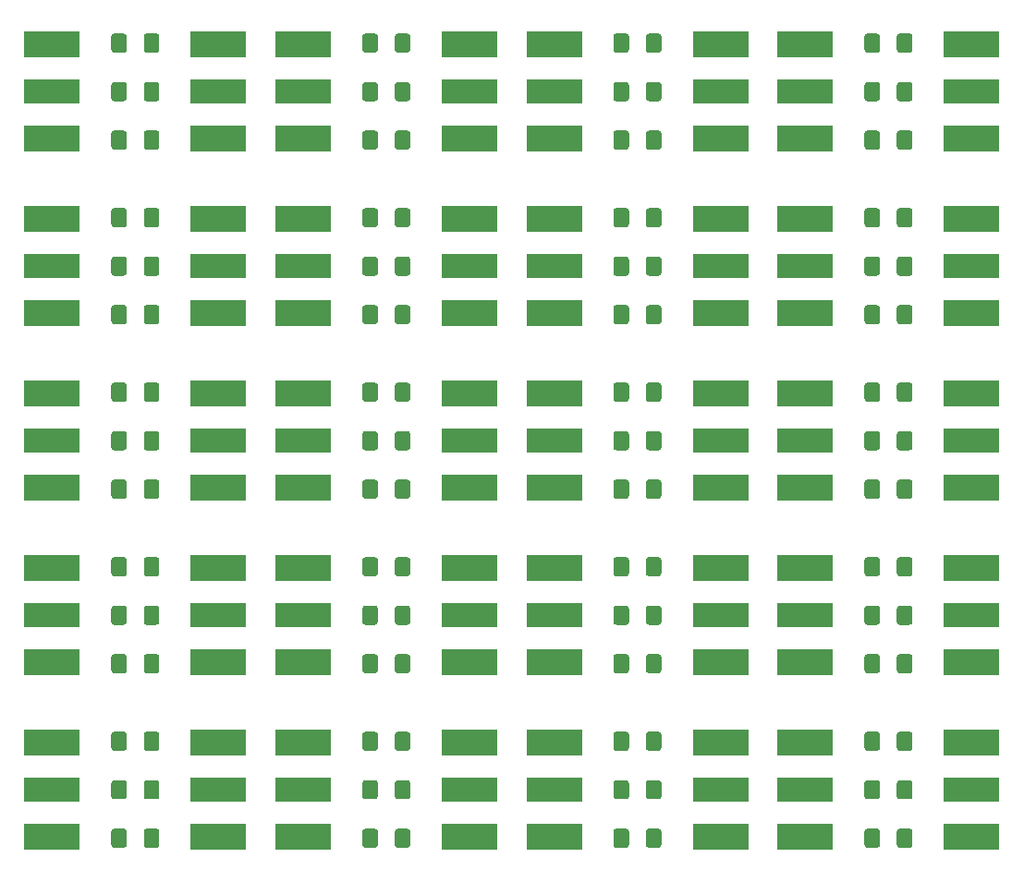
<source format=gts>
%MOIN*%
%OFA0B0*%
%FSLAX46Y46*%
%IPPOS*%
%LPD*%
%ADD10R,0.2X0.095*%
%ADD11R,0.2X0.090000000000000011*%
%ADD22R,0.2X0.095*%
%ADD23R,0.2X0.090000000000000011*%
%ADD24R,0.2X0.095*%
%ADD25R,0.2X0.090000000000000011*%
%ADD26R,0.2X0.095*%
%ADD27R,0.2X0.090000000000000011*%
%ADD28R,0.2X0.095*%
%ADD29R,0.2X0.090000000000000011*%
%ADD30R,0.2X0.095*%
%ADD31R,0.2X0.090000000000000011*%
%ADD32R,0.2X0.095*%
%ADD33R,0.2X0.090000000000000011*%
%ADD34R,0.2X0.095*%
%ADD35R,0.2X0.090000000000000011*%
%ADD36R,0.2X0.095*%
%ADD37R,0.2X0.090000000000000011*%
%ADD38R,0.2X0.095*%
%ADD39R,0.2X0.090000000000000011*%
%ADD40R,0.2X0.095*%
%ADD41R,0.2X0.090000000000000011*%
%ADD42R,0.2X0.095*%
%ADD43R,0.2X0.090000000000000011*%
%ADD44R,0.2X0.095*%
%ADD45R,0.2X0.090000000000000011*%
%ADD46R,0.2X0.095*%
%ADD47R,0.2X0.090000000000000011*%
%ADD48R,0.2X0.095*%
%ADD49R,0.2X0.090000000000000011*%
%ADD50R,0.2X0.095*%
%ADD51R,0.2X0.090000000000000011*%
%ADD52R,0.2X0.095*%
%ADD53R,0.2X0.090000000000000011*%
%ADD54R,0.2X0.095*%
%ADD55R,0.2X0.090000000000000011*%
%ADD56R,0.2X0.095*%
%ADD57R,0.2X0.090000000000000011*%
%ADD58R,0.2X0.095*%
%ADD59R,0.2X0.090000000000000011*%
G01*
D10*
X-0001102362Y0001456692D02*
X0000097637Y0000111692D03*
X0000097637Y0000451692D03*
D11*
X0000097637Y0000281692D03*
X0000697637Y0000281692D03*
D10*
X0000697637Y0000451692D03*
X0000697637Y0000111692D03*
G36*
G01*
X0000311023Y0000432086D02*
X0000311023Y0000481299D01*
G75*
G02*
X0000320866Y0000491141I0000009842D01*
G01*
X0000357283Y0000491141D01*
G75*
G02*
X0000367125Y0000481299J-0000009842D01*
G01*
X0000367125Y0000432086D01*
G75*
G02*
X0000357283Y0000422244I-0000009842D01*
G01*
X0000320866Y0000422244D01*
G75*
G02*
X0000311023Y0000432086J0000009842D01*
G01*
G37*
G36*
G01*
X0000428149Y0000432086D02*
X0000428149Y0000481299D01*
G75*
G02*
X0000437992Y0000491141I0000009842D01*
G01*
X0000474409Y0000491141D01*
G75*
G02*
X0000484251Y0000481299J-0000009842D01*
G01*
X0000484251Y0000432086D01*
G75*
G02*
X0000474409Y0000422244I-0000009842D01*
G01*
X0000437992Y0000422244D01*
G75*
G02*
X0000428149Y0000432086J0000009842D01*
G01*
G37*
G36*
G01*
X0000367125Y0000306299D02*
X0000367125Y0000257086D01*
G75*
G02*
X0000357283Y0000247244I-0000009842D01*
G01*
X0000320866Y0000247244D01*
G75*
G02*
X0000311023Y0000257086J0000009842D01*
G01*
X0000311023Y0000306299D01*
G75*
G02*
X0000320866Y0000316141I0000009842D01*
G01*
X0000357283Y0000316141D01*
G75*
G02*
X0000367125Y0000306299J-0000009842D01*
G01*
G37*
G36*
G01*
X0000484251Y0000306299D02*
X0000484251Y0000257086D01*
G75*
G02*
X0000474409Y0000247244I-0000009842D01*
G01*
X0000437992Y0000247244D01*
G75*
G02*
X0000428149Y0000257086J0000009842D01*
G01*
X0000428149Y0000306299D01*
G75*
G02*
X0000437992Y0000316141I0000009842D01*
G01*
X0000474409Y0000316141D01*
G75*
G02*
X0000484251Y0000306299J-0000009842D01*
G01*
G37*
G36*
G01*
X0000484251Y0000131299D02*
X0000484251Y0000082086D01*
G75*
G02*
X0000474409Y0000072244I-0000009842D01*
G01*
X0000437992Y0000072244D01*
G75*
G02*
X0000428149Y0000082086J0000009842D01*
G01*
X0000428149Y0000131299D01*
G75*
G02*
X0000437992Y0000141141I0000009842D01*
G01*
X0000474409Y0000141141D01*
G75*
G02*
X0000484251Y0000131299J-0000009842D01*
G01*
G37*
G36*
G01*
X0000367125Y0000131299D02*
X0000367125Y0000082086D01*
G75*
G02*
X0000357283Y0000072244I-0000009842D01*
G01*
X0000320866Y0000072244D01*
G75*
G02*
X0000311023Y0000082086J0000009842D01*
G01*
X0000311023Y0000131299D01*
G75*
G02*
X0000320866Y0000141141I0000009842D01*
G01*
X0000357283Y0000141141D01*
G75*
G02*
X0000367125Y0000131299J-0000009842D01*
G01*
G37*
G04 next file*
G04 Gerber Fmt 4.6, Leading zero omitted, Abs format (unit mm)*
G04 Created by KiCad (PCBNEW (5.1.10)-1) date 2021-09-17 13:17:29*
G01*
G04 APERTURE LIST*
G04 APERTURE END LIST*
D22*
X-0001102362Y0002086614D02*
X0000097637Y0000741614D03*
X0000097637Y0001081614D03*
D23*
X0000097637Y0000911614D03*
X0000697637Y0000911614D03*
D22*
X0000697637Y0001081614D03*
X0000697637Y0000741614D03*
G36*
G01*
X0000311023Y0001062007D02*
X0000311023Y0001111220D01*
G75*
G02*
X0000320866Y0001121062I0000009842D01*
G01*
X0000357283Y0001121062D01*
G75*
G02*
X0000367125Y0001111220J-0000009842D01*
G01*
X0000367125Y0001062007D01*
G75*
G02*
X0000357283Y0001052165I-0000009842D01*
G01*
X0000320866Y0001052165D01*
G75*
G02*
X0000311023Y0001062007J0000009842D01*
G01*
G37*
G36*
G01*
X0000428149Y0001062007D02*
X0000428149Y0001111220D01*
G75*
G02*
X0000437992Y0001121062I0000009842D01*
G01*
X0000474409Y0001121062D01*
G75*
G02*
X0000484251Y0001111220J-0000009842D01*
G01*
X0000484251Y0001062007D01*
G75*
G02*
X0000474409Y0001052165I-0000009842D01*
G01*
X0000437992Y0001052165D01*
G75*
G02*
X0000428149Y0001062007J0000009842D01*
G01*
G37*
G36*
G01*
X0000367125Y0000936220D02*
X0000367125Y0000887007D01*
G75*
G02*
X0000357283Y0000877165I-0000009842D01*
G01*
X0000320866Y0000877165D01*
G75*
G02*
X0000311023Y0000887007J0000009842D01*
G01*
X0000311023Y0000936220D01*
G75*
G02*
X0000320866Y0000946062I0000009842D01*
G01*
X0000357283Y0000946062D01*
G75*
G02*
X0000367125Y0000936220J-0000009842D01*
G01*
G37*
G36*
G01*
X0000484251Y0000936220D02*
X0000484251Y0000887007D01*
G75*
G02*
X0000474409Y0000877165I-0000009842D01*
G01*
X0000437992Y0000877165D01*
G75*
G02*
X0000428149Y0000887007J0000009842D01*
G01*
X0000428149Y0000936220D01*
G75*
G02*
X0000437992Y0000946062I0000009842D01*
G01*
X0000474409Y0000946062D01*
G75*
G02*
X0000484251Y0000936220J-0000009842D01*
G01*
G37*
G36*
G01*
X0000484251Y0000761220D02*
X0000484251Y0000712007D01*
G75*
G02*
X0000474409Y0000702165I-0000009842D01*
G01*
X0000437992Y0000702165D01*
G75*
G02*
X0000428149Y0000712007J0000009842D01*
G01*
X0000428149Y0000761220D01*
G75*
G02*
X0000437992Y0000771062I0000009842D01*
G01*
X0000474409Y0000771062D01*
G75*
G02*
X0000484251Y0000761220J-0000009842D01*
G01*
G37*
G36*
G01*
X0000367125Y0000761220D02*
X0000367125Y0000712007D01*
G75*
G02*
X0000357283Y0000702165I-0000009842D01*
G01*
X0000320866Y0000702165D01*
G75*
G02*
X0000311023Y0000712007J0000009842D01*
G01*
X0000311023Y0000761220D01*
G75*
G02*
X0000320866Y0000771062I0000009842D01*
G01*
X0000357283Y0000771062D01*
G75*
G02*
X0000367125Y0000761220J-0000009842D01*
G01*
G37*
G04 next file*
G04 Gerber Fmt 4.6, Leading zero omitted, Abs format (unit mm)*
G04 Created by KiCad (PCBNEW (5.1.10)-1) date 2021-09-17 13:17:29*
G01*
G04 APERTURE LIST*
G04 APERTURE END LIST*
D24*
X-0001102362Y0002716535D02*
X0000097637Y0001371535D03*
X0000097637Y0001711535D03*
D25*
X0000097637Y0001541535D03*
X0000697637Y0001541535D03*
D24*
X0000697637Y0001711535D03*
X0000697637Y0001371535D03*
G36*
G01*
X0000311023Y0001691929D02*
X0000311023Y0001741141D01*
G75*
G02*
X0000320866Y0001750984I0000009842D01*
G01*
X0000357283Y0001750984D01*
G75*
G02*
X0000367125Y0001741141J-0000009842D01*
G01*
X0000367125Y0001691929D01*
G75*
G02*
X0000357283Y0001682086I-0000009842D01*
G01*
X0000320866Y0001682086D01*
G75*
G02*
X0000311023Y0001691929J0000009842D01*
G01*
G37*
G36*
G01*
X0000428149Y0001691929D02*
X0000428149Y0001741141D01*
G75*
G02*
X0000437992Y0001750984I0000009842D01*
G01*
X0000474409Y0001750984D01*
G75*
G02*
X0000484251Y0001741141J-0000009842D01*
G01*
X0000484251Y0001691929D01*
G75*
G02*
X0000474409Y0001682086I-0000009842D01*
G01*
X0000437992Y0001682086D01*
G75*
G02*
X0000428149Y0001691929J0000009842D01*
G01*
G37*
G36*
G01*
X0000367125Y0001566141D02*
X0000367125Y0001516929D01*
G75*
G02*
X0000357283Y0001507086I-0000009842D01*
G01*
X0000320866Y0001507086D01*
G75*
G02*
X0000311023Y0001516929J0000009842D01*
G01*
X0000311023Y0001566141D01*
G75*
G02*
X0000320866Y0001575984I0000009842D01*
G01*
X0000357283Y0001575984D01*
G75*
G02*
X0000367125Y0001566141J-0000009842D01*
G01*
G37*
G36*
G01*
X0000484251Y0001566141D02*
X0000484251Y0001516929D01*
G75*
G02*
X0000474409Y0001507086I-0000009842D01*
G01*
X0000437992Y0001507086D01*
G75*
G02*
X0000428149Y0001516929J0000009842D01*
G01*
X0000428149Y0001566141D01*
G75*
G02*
X0000437992Y0001575984I0000009842D01*
G01*
X0000474409Y0001575984D01*
G75*
G02*
X0000484251Y0001566141J-0000009842D01*
G01*
G37*
G36*
G01*
X0000484251Y0001391141D02*
X0000484251Y0001341929D01*
G75*
G02*
X0000474409Y0001332086I-0000009842D01*
G01*
X0000437992Y0001332086D01*
G75*
G02*
X0000428149Y0001341929J0000009842D01*
G01*
X0000428149Y0001391141D01*
G75*
G02*
X0000437992Y0001400984I0000009842D01*
G01*
X0000474409Y0001400984D01*
G75*
G02*
X0000484251Y0001391141J-0000009842D01*
G01*
G37*
G36*
G01*
X0000367125Y0001391141D02*
X0000367125Y0001341929D01*
G75*
G02*
X0000357283Y0001332086I-0000009842D01*
G01*
X0000320866Y0001332086D01*
G75*
G02*
X0000311023Y0001341929J0000009842D01*
G01*
X0000311023Y0001391141D01*
G75*
G02*
X0000320866Y0001400984I0000009842D01*
G01*
X0000357283Y0001400984D01*
G75*
G02*
X0000367125Y0001391141J-0000009842D01*
G01*
G37*
G04 next file*
G04 Gerber Fmt 4.6, Leading zero omitted, Abs format (unit mm)*
G04 Created by KiCad (PCBNEW (5.1.10)-1) date 2021-09-17 13:17:29*
G01*
G04 APERTURE LIST*
G04 APERTURE END LIST*
D26*
X-0001102362Y0003346456D02*
X0000097637Y0002001456D03*
X0000097637Y0002341456D03*
D27*
X0000097637Y0002171456D03*
X0000697637Y0002171456D03*
D26*
X0000697637Y0002341456D03*
X0000697637Y0002001456D03*
G36*
G01*
X0000311023Y0002321850D02*
X0000311023Y0002371062D01*
G75*
G02*
X0000320866Y0002380905I0000009842D01*
G01*
X0000357283Y0002380905D01*
G75*
G02*
X0000367125Y0002371062J-0000009842D01*
G01*
X0000367125Y0002321850D01*
G75*
G02*
X0000357283Y0002312007I-0000009842D01*
G01*
X0000320866Y0002312007D01*
G75*
G02*
X0000311023Y0002321850J0000009842D01*
G01*
G37*
G36*
G01*
X0000428149Y0002321850D02*
X0000428149Y0002371062D01*
G75*
G02*
X0000437992Y0002380905I0000009842D01*
G01*
X0000474409Y0002380905D01*
G75*
G02*
X0000484251Y0002371062J-0000009842D01*
G01*
X0000484251Y0002321850D01*
G75*
G02*
X0000474409Y0002312007I-0000009842D01*
G01*
X0000437992Y0002312007D01*
G75*
G02*
X0000428149Y0002321850J0000009842D01*
G01*
G37*
G36*
G01*
X0000367125Y0002196062D02*
X0000367125Y0002146850D01*
G75*
G02*
X0000357283Y0002137007I-0000009842D01*
G01*
X0000320866Y0002137007D01*
G75*
G02*
X0000311023Y0002146850J0000009842D01*
G01*
X0000311023Y0002196062D01*
G75*
G02*
X0000320866Y0002205905I0000009842D01*
G01*
X0000357283Y0002205905D01*
G75*
G02*
X0000367125Y0002196062J-0000009842D01*
G01*
G37*
G36*
G01*
X0000484251Y0002196062D02*
X0000484251Y0002146850D01*
G75*
G02*
X0000474409Y0002137007I-0000009842D01*
G01*
X0000437992Y0002137007D01*
G75*
G02*
X0000428149Y0002146850J0000009842D01*
G01*
X0000428149Y0002196062D01*
G75*
G02*
X0000437992Y0002205905I0000009842D01*
G01*
X0000474409Y0002205905D01*
G75*
G02*
X0000484251Y0002196062J-0000009842D01*
G01*
G37*
G36*
G01*
X0000484251Y0002021062D02*
X0000484251Y0001971850D01*
G75*
G02*
X0000474409Y0001962007I-0000009842D01*
G01*
X0000437992Y0001962007D01*
G75*
G02*
X0000428149Y0001971850J0000009842D01*
G01*
X0000428149Y0002021062D01*
G75*
G02*
X0000437992Y0002030905I0000009842D01*
G01*
X0000474409Y0002030905D01*
G75*
G02*
X0000484251Y0002021062J-0000009842D01*
G01*
G37*
G36*
G01*
X0000367125Y0002021062D02*
X0000367125Y0001971850D01*
G75*
G02*
X0000357283Y0001962007I-0000009842D01*
G01*
X0000320866Y0001962007D01*
G75*
G02*
X0000311023Y0001971850J0000009842D01*
G01*
X0000311023Y0002021062D01*
G75*
G02*
X0000320866Y0002030905I0000009842D01*
G01*
X0000357283Y0002030905D01*
G75*
G02*
X0000367125Y0002021062J-0000009842D01*
G01*
G37*
G04 next file*
G04 Gerber Fmt 4.6, Leading zero omitted, Abs format (unit mm)*
G04 Created by KiCad (PCBNEW (5.1.10)-1) date 2021-09-17 13:17:29*
G01*
G04 APERTURE LIST*
G04 APERTURE END LIST*
D28*
X-0001102362Y0003976377D02*
X0000097637Y0002631377D03*
X0000097637Y0002971377D03*
D29*
X0000097637Y0002801377D03*
X0000697637Y0002801377D03*
D28*
X0000697637Y0002971377D03*
X0000697637Y0002631377D03*
G36*
G01*
X0000311023Y0002951771D02*
X0000311023Y0003000984D01*
G75*
G02*
X0000320866Y0003010826I0000009842D01*
G01*
X0000357283Y0003010826D01*
G75*
G02*
X0000367125Y0003000984J-0000009842D01*
G01*
X0000367125Y0002951771D01*
G75*
G02*
X0000357283Y0002941929I-0000009842D01*
G01*
X0000320866Y0002941929D01*
G75*
G02*
X0000311023Y0002951771J0000009842D01*
G01*
G37*
G36*
G01*
X0000428149Y0002951771D02*
X0000428149Y0003000984D01*
G75*
G02*
X0000437992Y0003010826I0000009842D01*
G01*
X0000474409Y0003010826D01*
G75*
G02*
X0000484251Y0003000984J-0000009842D01*
G01*
X0000484251Y0002951771D01*
G75*
G02*
X0000474409Y0002941929I-0000009842D01*
G01*
X0000437992Y0002941929D01*
G75*
G02*
X0000428149Y0002951771J0000009842D01*
G01*
G37*
G36*
G01*
X0000367125Y0002825984D02*
X0000367125Y0002776771D01*
G75*
G02*
X0000357283Y0002766929I-0000009842D01*
G01*
X0000320866Y0002766929D01*
G75*
G02*
X0000311023Y0002776771J0000009842D01*
G01*
X0000311023Y0002825984D01*
G75*
G02*
X0000320866Y0002835826I0000009842D01*
G01*
X0000357283Y0002835826D01*
G75*
G02*
X0000367125Y0002825984J-0000009842D01*
G01*
G37*
G36*
G01*
X0000484251Y0002825984D02*
X0000484251Y0002776771D01*
G75*
G02*
X0000474409Y0002766929I-0000009842D01*
G01*
X0000437992Y0002766929D01*
G75*
G02*
X0000428149Y0002776771J0000009842D01*
G01*
X0000428149Y0002825984D01*
G75*
G02*
X0000437992Y0002835826I0000009842D01*
G01*
X0000474409Y0002835826D01*
G75*
G02*
X0000484251Y0002825984J-0000009842D01*
G01*
G37*
G36*
G01*
X0000484251Y0002650984D02*
X0000484251Y0002601771D01*
G75*
G02*
X0000474409Y0002591929I-0000009842D01*
G01*
X0000437992Y0002591929D01*
G75*
G02*
X0000428149Y0002601771J0000009842D01*
G01*
X0000428149Y0002650984D01*
G75*
G02*
X0000437992Y0002660826I0000009842D01*
G01*
X0000474409Y0002660826D01*
G75*
G02*
X0000484251Y0002650984J-0000009842D01*
G01*
G37*
G36*
G01*
X0000367125Y0002650984D02*
X0000367125Y0002601771D01*
G75*
G02*
X0000357283Y0002591929I-0000009842D01*
G01*
X0000320866Y0002591929D01*
G75*
G02*
X0000311023Y0002601771J0000009842D01*
G01*
X0000311023Y0002650984D01*
G75*
G02*
X0000320866Y0002660826I0000009842D01*
G01*
X0000357283Y0002660826D01*
G75*
G02*
X0000367125Y0002650984J-0000009842D01*
G01*
G37*
G04 next file*
G04 Gerber Fmt 4.6, Leading zero omitted, Abs format (unit mm)*
G04 Created by KiCad (PCBNEW (5.1.10)-1) date 2021-09-17 13:17:29*
G01*
G04 APERTURE LIST*
G04 APERTURE END LIST*
D30*
X-0000196850Y0001456692D02*
X0001003149Y0000111692D03*
X0001003149Y0000451692D03*
D31*
X0001003149Y0000281692D03*
X0001603149Y0000281692D03*
D30*
X0001603149Y0000451692D03*
X0001603149Y0000111692D03*
G36*
G01*
X0001216535Y0000432086D02*
X0001216535Y0000481299D01*
G75*
G02*
X0001226377Y0000491141I0000009842D01*
G01*
X0001262795Y0000491141D01*
G75*
G02*
X0001272637Y0000481299J-0000009842D01*
G01*
X0001272637Y0000432086D01*
G75*
G02*
X0001262795Y0000422244I-0000009842D01*
G01*
X0001226377Y0000422244D01*
G75*
G02*
X0001216535Y0000432086J0000009842D01*
G01*
G37*
G36*
G01*
X0001333661Y0000432086D02*
X0001333661Y0000481299D01*
G75*
G02*
X0001343503Y0000491141I0000009842D01*
G01*
X0001379921Y0000491141D01*
G75*
G02*
X0001389763Y0000481299J-0000009842D01*
G01*
X0001389763Y0000432086D01*
G75*
G02*
X0001379921Y0000422244I-0000009842D01*
G01*
X0001343503Y0000422244D01*
G75*
G02*
X0001333661Y0000432086J0000009842D01*
G01*
G37*
G36*
G01*
X0001272637Y0000306299D02*
X0001272637Y0000257086D01*
G75*
G02*
X0001262795Y0000247244I-0000009842D01*
G01*
X0001226377Y0000247244D01*
G75*
G02*
X0001216535Y0000257086J0000009842D01*
G01*
X0001216535Y0000306299D01*
G75*
G02*
X0001226377Y0000316141I0000009842D01*
G01*
X0001262795Y0000316141D01*
G75*
G02*
X0001272637Y0000306299J-0000009842D01*
G01*
G37*
G36*
G01*
X0001389763Y0000306299D02*
X0001389763Y0000257086D01*
G75*
G02*
X0001379921Y0000247244I-0000009842D01*
G01*
X0001343503Y0000247244D01*
G75*
G02*
X0001333661Y0000257086J0000009842D01*
G01*
X0001333661Y0000306299D01*
G75*
G02*
X0001343503Y0000316141I0000009842D01*
G01*
X0001379921Y0000316141D01*
G75*
G02*
X0001389763Y0000306299J-0000009842D01*
G01*
G37*
G36*
G01*
X0001389763Y0000131299D02*
X0001389763Y0000082086D01*
G75*
G02*
X0001379921Y0000072244I-0000009842D01*
G01*
X0001343503Y0000072244D01*
G75*
G02*
X0001333661Y0000082086J0000009842D01*
G01*
X0001333661Y0000131299D01*
G75*
G02*
X0001343503Y0000141141I0000009842D01*
G01*
X0001379921Y0000141141D01*
G75*
G02*
X0001389763Y0000131299J-0000009842D01*
G01*
G37*
G36*
G01*
X0001272637Y0000131299D02*
X0001272637Y0000082086D01*
G75*
G02*
X0001262795Y0000072244I-0000009842D01*
G01*
X0001226377Y0000072244D01*
G75*
G02*
X0001216535Y0000082086J0000009842D01*
G01*
X0001216535Y0000131299D01*
G75*
G02*
X0001226377Y0000141141I0000009842D01*
G01*
X0001262795Y0000141141D01*
G75*
G02*
X0001272637Y0000131299J-0000009842D01*
G01*
G37*
G04 next file*
G04 Gerber Fmt 4.6, Leading zero omitted, Abs format (unit mm)*
G04 Created by KiCad (PCBNEW (5.1.10)-1) date 2021-09-17 13:17:29*
G01*
G04 APERTURE LIST*
G04 APERTURE END LIST*
D32*
X-0000196850Y0002086614D02*
X0001003149Y0000741614D03*
X0001003149Y0001081614D03*
D33*
X0001003149Y0000911614D03*
X0001603149Y0000911614D03*
D32*
X0001603149Y0001081614D03*
X0001603149Y0000741614D03*
G36*
G01*
X0001216535Y0001062007D02*
X0001216535Y0001111220D01*
G75*
G02*
X0001226377Y0001121062I0000009842D01*
G01*
X0001262795Y0001121062D01*
G75*
G02*
X0001272637Y0001111220J-0000009842D01*
G01*
X0001272637Y0001062007D01*
G75*
G02*
X0001262795Y0001052165I-0000009842D01*
G01*
X0001226377Y0001052165D01*
G75*
G02*
X0001216535Y0001062007J0000009842D01*
G01*
G37*
G36*
G01*
X0001333661Y0001062007D02*
X0001333661Y0001111220D01*
G75*
G02*
X0001343503Y0001121062I0000009842D01*
G01*
X0001379921Y0001121062D01*
G75*
G02*
X0001389763Y0001111220J-0000009842D01*
G01*
X0001389763Y0001062007D01*
G75*
G02*
X0001379921Y0001052165I-0000009842D01*
G01*
X0001343503Y0001052165D01*
G75*
G02*
X0001333661Y0001062007J0000009842D01*
G01*
G37*
G36*
G01*
X0001272637Y0000936220D02*
X0001272637Y0000887007D01*
G75*
G02*
X0001262795Y0000877165I-0000009842D01*
G01*
X0001226377Y0000877165D01*
G75*
G02*
X0001216535Y0000887007J0000009842D01*
G01*
X0001216535Y0000936220D01*
G75*
G02*
X0001226377Y0000946062I0000009842D01*
G01*
X0001262795Y0000946062D01*
G75*
G02*
X0001272637Y0000936220J-0000009842D01*
G01*
G37*
G36*
G01*
X0001389763Y0000936220D02*
X0001389763Y0000887007D01*
G75*
G02*
X0001379921Y0000877165I-0000009842D01*
G01*
X0001343503Y0000877165D01*
G75*
G02*
X0001333661Y0000887007J0000009842D01*
G01*
X0001333661Y0000936220D01*
G75*
G02*
X0001343503Y0000946062I0000009842D01*
G01*
X0001379921Y0000946062D01*
G75*
G02*
X0001389763Y0000936220J-0000009842D01*
G01*
G37*
G36*
G01*
X0001389763Y0000761220D02*
X0001389763Y0000712007D01*
G75*
G02*
X0001379921Y0000702165I-0000009842D01*
G01*
X0001343503Y0000702165D01*
G75*
G02*
X0001333661Y0000712007J0000009842D01*
G01*
X0001333661Y0000761220D01*
G75*
G02*
X0001343503Y0000771062I0000009842D01*
G01*
X0001379921Y0000771062D01*
G75*
G02*
X0001389763Y0000761220J-0000009842D01*
G01*
G37*
G36*
G01*
X0001272637Y0000761220D02*
X0001272637Y0000712007D01*
G75*
G02*
X0001262795Y0000702165I-0000009842D01*
G01*
X0001226377Y0000702165D01*
G75*
G02*
X0001216535Y0000712007J0000009842D01*
G01*
X0001216535Y0000761220D01*
G75*
G02*
X0001226377Y0000771062I0000009842D01*
G01*
X0001262795Y0000771062D01*
G75*
G02*
X0001272637Y0000761220J-0000009842D01*
G01*
G37*
G04 next file*
G04 Gerber Fmt 4.6, Leading zero omitted, Abs format (unit mm)*
G04 Created by KiCad (PCBNEW (5.1.10)-1) date 2021-09-17 13:17:29*
G01*
G04 APERTURE LIST*
G04 APERTURE END LIST*
D34*
X-0000196850Y0002716535D02*
X0001003149Y0001371535D03*
X0001003149Y0001711535D03*
D35*
X0001003149Y0001541535D03*
X0001603149Y0001541535D03*
D34*
X0001603149Y0001711535D03*
X0001603149Y0001371535D03*
G36*
G01*
X0001216535Y0001691929D02*
X0001216535Y0001741141D01*
G75*
G02*
X0001226377Y0001750984I0000009842D01*
G01*
X0001262795Y0001750984D01*
G75*
G02*
X0001272637Y0001741141J-0000009842D01*
G01*
X0001272637Y0001691929D01*
G75*
G02*
X0001262795Y0001682086I-0000009842D01*
G01*
X0001226377Y0001682086D01*
G75*
G02*
X0001216535Y0001691929J0000009842D01*
G01*
G37*
G36*
G01*
X0001333661Y0001691929D02*
X0001333661Y0001741141D01*
G75*
G02*
X0001343503Y0001750984I0000009842D01*
G01*
X0001379921Y0001750984D01*
G75*
G02*
X0001389763Y0001741141J-0000009842D01*
G01*
X0001389763Y0001691929D01*
G75*
G02*
X0001379921Y0001682086I-0000009842D01*
G01*
X0001343503Y0001682086D01*
G75*
G02*
X0001333661Y0001691929J0000009842D01*
G01*
G37*
G36*
G01*
X0001272637Y0001566141D02*
X0001272637Y0001516929D01*
G75*
G02*
X0001262795Y0001507086I-0000009842D01*
G01*
X0001226377Y0001507086D01*
G75*
G02*
X0001216535Y0001516929J0000009842D01*
G01*
X0001216535Y0001566141D01*
G75*
G02*
X0001226377Y0001575984I0000009842D01*
G01*
X0001262795Y0001575984D01*
G75*
G02*
X0001272637Y0001566141J-0000009842D01*
G01*
G37*
G36*
G01*
X0001389763Y0001566141D02*
X0001389763Y0001516929D01*
G75*
G02*
X0001379921Y0001507086I-0000009842D01*
G01*
X0001343503Y0001507086D01*
G75*
G02*
X0001333661Y0001516929J0000009842D01*
G01*
X0001333661Y0001566141D01*
G75*
G02*
X0001343503Y0001575984I0000009842D01*
G01*
X0001379921Y0001575984D01*
G75*
G02*
X0001389763Y0001566141J-0000009842D01*
G01*
G37*
G36*
G01*
X0001389763Y0001391141D02*
X0001389763Y0001341929D01*
G75*
G02*
X0001379921Y0001332086I-0000009842D01*
G01*
X0001343503Y0001332086D01*
G75*
G02*
X0001333661Y0001341929J0000009842D01*
G01*
X0001333661Y0001391141D01*
G75*
G02*
X0001343503Y0001400984I0000009842D01*
G01*
X0001379921Y0001400984D01*
G75*
G02*
X0001389763Y0001391141J-0000009842D01*
G01*
G37*
G36*
G01*
X0001272637Y0001391141D02*
X0001272637Y0001341929D01*
G75*
G02*
X0001262795Y0001332086I-0000009842D01*
G01*
X0001226377Y0001332086D01*
G75*
G02*
X0001216535Y0001341929J0000009842D01*
G01*
X0001216535Y0001391141D01*
G75*
G02*
X0001226377Y0001400984I0000009842D01*
G01*
X0001262795Y0001400984D01*
G75*
G02*
X0001272637Y0001391141J-0000009842D01*
G01*
G37*
G04 next file*
G04 Gerber Fmt 4.6, Leading zero omitted, Abs format (unit mm)*
G04 Created by KiCad (PCBNEW (5.1.10)-1) date 2021-09-17 13:17:29*
G01*
G04 APERTURE LIST*
G04 APERTURE END LIST*
D36*
X-0000196850Y0003346456D02*
X0001003149Y0002001456D03*
X0001003149Y0002341456D03*
D37*
X0001003149Y0002171456D03*
X0001603149Y0002171456D03*
D36*
X0001603149Y0002341456D03*
X0001603149Y0002001456D03*
G36*
G01*
X0001216535Y0002321850D02*
X0001216535Y0002371062D01*
G75*
G02*
X0001226377Y0002380905I0000009842D01*
G01*
X0001262795Y0002380905D01*
G75*
G02*
X0001272637Y0002371062J-0000009842D01*
G01*
X0001272637Y0002321850D01*
G75*
G02*
X0001262795Y0002312007I-0000009842D01*
G01*
X0001226377Y0002312007D01*
G75*
G02*
X0001216535Y0002321850J0000009842D01*
G01*
G37*
G36*
G01*
X0001333661Y0002321850D02*
X0001333661Y0002371062D01*
G75*
G02*
X0001343503Y0002380905I0000009842D01*
G01*
X0001379921Y0002380905D01*
G75*
G02*
X0001389763Y0002371062J-0000009842D01*
G01*
X0001389763Y0002321850D01*
G75*
G02*
X0001379921Y0002312007I-0000009842D01*
G01*
X0001343503Y0002312007D01*
G75*
G02*
X0001333661Y0002321850J0000009842D01*
G01*
G37*
G36*
G01*
X0001272637Y0002196062D02*
X0001272637Y0002146850D01*
G75*
G02*
X0001262795Y0002137007I-0000009842D01*
G01*
X0001226377Y0002137007D01*
G75*
G02*
X0001216535Y0002146850J0000009842D01*
G01*
X0001216535Y0002196062D01*
G75*
G02*
X0001226377Y0002205905I0000009842D01*
G01*
X0001262795Y0002205905D01*
G75*
G02*
X0001272637Y0002196062J-0000009842D01*
G01*
G37*
G36*
G01*
X0001389763Y0002196062D02*
X0001389763Y0002146850D01*
G75*
G02*
X0001379921Y0002137007I-0000009842D01*
G01*
X0001343503Y0002137007D01*
G75*
G02*
X0001333661Y0002146850J0000009842D01*
G01*
X0001333661Y0002196062D01*
G75*
G02*
X0001343503Y0002205905I0000009842D01*
G01*
X0001379921Y0002205905D01*
G75*
G02*
X0001389763Y0002196062J-0000009842D01*
G01*
G37*
G36*
G01*
X0001389763Y0002021062D02*
X0001389763Y0001971850D01*
G75*
G02*
X0001379921Y0001962007I-0000009842D01*
G01*
X0001343503Y0001962007D01*
G75*
G02*
X0001333661Y0001971850J0000009842D01*
G01*
X0001333661Y0002021062D01*
G75*
G02*
X0001343503Y0002030905I0000009842D01*
G01*
X0001379921Y0002030905D01*
G75*
G02*
X0001389763Y0002021062J-0000009842D01*
G01*
G37*
G36*
G01*
X0001272637Y0002021062D02*
X0001272637Y0001971850D01*
G75*
G02*
X0001262795Y0001962007I-0000009842D01*
G01*
X0001226377Y0001962007D01*
G75*
G02*
X0001216535Y0001971850J0000009842D01*
G01*
X0001216535Y0002021062D01*
G75*
G02*
X0001226377Y0002030905I0000009842D01*
G01*
X0001262795Y0002030905D01*
G75*
G02*
X0001272637Y0002021062J-0000009842D01*
G01*
G37*
G04 next file*
G04 Gerber Fmt 4.6, Leading zero omitted, Abs format (unit mm)*
G04 Created by KiCad (PCBNEW (5.1.10)-1) date 2021-09-17 13:17:29*
G01*
G04 APERTURE LIST*
G04 APERTURE END LIST*
D38*
X-0000196850Y0003976377D02*
X0001003149Y0002631377D03*
X0001003149Y0002971377D03*
D39*
X0001003149Y0002801377D03*
X0001603149Y0002801377D03*
D38*
X0001603149Y0002971377D03*
X0001603149Y0002631377D03*
G36*
G01*
X0001216535Y0002951771D02*
X0001216535Y0003000984D01*
G75*
G02*
X0001226377Y0003010826I0000009842D01*
G01*
X0001262795Y0003010826D01*
G75*
G02*
X0001272637Y0003000984J-0000009842D01*
G01*
X0001272637Y0002951771D01*
G75*
G02*
X0001262795Y0002941929I-0000009842D01*
G01*
X0001226377Y0002941929D01*
G75*
G02*
X0001216535Y0002951771J0000009842D01*
G01*
G37*
G36*
G01*
X0001333661Y0002951771D02*
X0001333661Y0003000984D01*
G75*
G02*
X0001343503Y0003010826I0000009842D01*
G01*
X0001379921Y0003010826D01*
G75*
G02*
X0001389763Y0003000984J-0000009842D01*
G01*
X0001389763Y0002951771D01*
G75*
G02*
X0001379921Y0002941929I-0000009842D01*
G01*
X0001343503Y0002941929D01*
G75*
G02*
X0001333661Y0002951771J0000009842D01*
G01*
G37*
G36*
G01*
X0001272637Y0002825984D02*
X0001272637Y0002776771D01*
G75*
G02*
X0001262795Y0002766929I-0000009842D01*
G01*
X0001226377Y0002766929D01*
G75*
G02*
X0001216535Y0002776771J0000009842D01*
G01*
X0001216535Y0002825984D01*
G75*
G02*
X0001226377Y0002835826I0000009842D01*
G01*
X0001262795Y0002835826D01*
G75*
G02*
X0001272637Y0002825984J-0000009842D01*
G01*
G37*
G36*
G01*
X0001389763Y0002825984D02*
X0001389763Y0002776771D01*
G75*
G02*
X0001379921Y0002766929I-0000009842D01*
G01*
X0001343503Y0002766929D01*
G75*
G02*
X0001333661Y0002776771J0000009842D01*
G01*
X0001333661Y0002825984D01*
G75*
G02*
X0001343503Y0002835826I0000009842D01*
G01*
X0001379921Y0002835826D01*
G75*
G02*
X0001389763Y0002825984J-0000009842D01*
G01*
G37*
G36*
G01*
X0001389763Y0002650984D02*
X0001389763Y0002601771D01*
G75*
G02*
X0001379921Y0002591929I-0000009842D01*
G01*
X0001343503Y0002591929D01*
G75*
G02*
X0001333661Y0002601771J0000009842D01*
G01*
X0001333661Y0002650984D01*
G75*
G02*
X0001343503Y0002660826I0000009842D01*
G01*
X0001379921Y0002660826D01*
G75*
G02*
X0001389763Y0002650984J-0000009842D01*
G01*
G37*
G36*
G01*
X0001272637Y0002650984D02*
X0001272637Y0002601771D01*
G75*
G02*
X0001262795Y0002591929I-0000009842D01*
G01*
X0001226377Y0002591929D01*
G75*
G02*
X0001216535Y0002601771J0000009842D01*
G01*
X0001216535Y0002650984D01*
G75*
G02*
X0001226377Y0002660826I0000009842D01*
G01*
X0001262795Y0002660826D01*
G75*
G02*
X0001272637Y0002650984J-0000009842D01*
G01*
G37*
G04 next file*
G04 Gerber Fmt 4.6, Leading zero omitted, Abs format (unit mm)*
G04 Created by KiCad (PCBNEW (5.1.10)-1) date 2021-09-17 13:17:29*
G01*
G04 APERTURE LIST*
G04 APERTURE END LIST*
D40*
X0000708661Y0001456692D02*
X0001908661Y0000111692D03*
X0001908661Y0000451692D03*
D41*
X0001908661Y0000281692D03*
X0002508661Y0000281692D03*
D40*
X0002508661Y0000451692D03*
X0002508661Y0000111692D03*
G36*
G01*
X0002122047Y0000432086D02*
X0002122047Y0000481299D01*
G75*
G02*
X0002131889Y0000491141I0000009842D01*
G01*
X0002168307Y0000491141D01*
G75*
G02*
X0002178149Y0000481299J-0000009842D01*
G01*
X0002178149Y0000432086D01*
G75*
G02*
X0002168307Y0000422244I-0000009842D01*
G01*
X0002131889Y0000422244D01*
G75*
G02*
X0002122047Y0000432086J0000009842D01*
G01*
G37*
G36*
G01*
X0002239173Y0000432086D02*
X0002239173Y0000481299D01*
G75*
G02*
X0002249015Y0000491141I0000009842D01*
G01*
X0002285433Y0000491141D01*
G75*
G02*
X0002295275Y0000481299J-0000009842D01*
G01*
X0002295275Y0000432086D01*
G75*
G02*
X0002285433Y0000422244I-0000009842D01*
G01*
X0002249015Y0000422244D01*
G75*
G02*
X0002239173Y0000432086J0000009842D01*
G01*
G37*
G36*
G01*
X0002178149Y0000306299D02*
X0002178149Y0000257086D01*
G75*
G02*
X0002168307Y0000247244I-0000009842D01*
G01*
X0002131889Y0000247244D01*
G75*
G02*
X0002122047Y0000257086J0000009842D01*
G01*
X0002122047Y0000306299D01*
G75*
G02*
X0002131889Y0000316141I0000009842D01*
G01*
X0002168307Y0000316141D01*
G75*
G02*
X0002178149Y0000306299J-0000009842D01*
G01*
G37*
G36*
G01*
X0002295275Y0000306299D02*
X0002295275Y0000257086D01*
G75*
G02*
X0002285433Y0000247244I-0000009842D01*
G01*
X0002249015Y0000247244D01*
G75*
G02*
X0002239173Y0000257086J0000009842D01*
G01*
X0002239173Y0000306299D01*
G75*
G02*
X0002249015Y0000316141I0000009842D01*
G01*
X0002285433Y0000316141D01*
G75*
G02*
X0002295275Y0000306299J-0000009842D01*
G01*
G37*
G36*
G01*
X0002295275Y0000131299D02*
X0002295275Y0000082086D01*
G75*
G02*
X0002285433Y0000072244I-0000009842D01*
G01*
X0002249015Y0000072244D01*
G75*
G02*
X0002239173Y0000082086J0000009842D01*
G01*
X0002239173Y0000131299D01*
G75*
G02*
X0002249015Y0000141141I0000009842D01*
G01*
X0002285433Y0000141141D01*
G75*
G02*
X0002295275Y0000131299J-0000009842D01*
G01*
G37*
G36*
G01*
X0002178149Y0000131299D02*
X0002178149Y0000082086D01*
G75*
G02*
X0002168307Y0000072244I-0000009842D01*
G01*
X0002131889Y0000072244D01*
G75*
G02*
X0002122047Y0000082086J0000009842D01*
G01*
X0002122047Y0000131299D01*
G75*
G02*
X0002131889Y0000141141I0000009842D01*
G01*
X0002168307Y0000141141D01*
G75*
G02*
X0002178149Y0000131299J-0000009842D01*
G01*
G37*
G04 next file*
G04 Gerber Fmt 4.6, Leading zero omitted, Abs format (unit mm)*
G04 Created by KiCad (PCBNEW (5.1.10)-1) date 2021-09-17 13:17:29*
G01*
G04 APERTURE LIST*
G04 APERTURE END LIST*
D42*
X0000708661Y0002086614D02*
X0001908661Y0000741614D03*
X0001908661Y0001081614D03*
D43*
X0001908661Y0000911614D03*
X0002508661Y0000911614D03*
D42*
X0002508661Y0001081614D03*
X0002508661Y0000741614D03*
G36*
G01*
X0002122047Y0001062007D02*
X0002122047Y0001111220D01*
G75*
G02*
X0002131889Y0001121062I0000009842D01*
G01*
X0002168307Y0001121062D01*
G75*
G02*
X0002178149Y0001111220J-0000009842D01*
G01*
X0002178149Y0001062007D01*
G75*
G02*
X0002168307Y0001052165I-0000009842D01*
G01*
X0002131889Y0001052165D01*
G75*
G02*
X0002122047Y0001062007J0000009842D01*
G01*
G37*
G36*
G01*
X0002239173Y0001062007D02*
X0002239173Y0001111220D01*
G75*
G02*
X0002249015Y0001121062I0000009842D01*
G01*
X0002285433Y0001121062D01*
G75*
G02*
X0002295275Y0001111220J-0000009842D01*
G01*
X0002295275Y0001062007D01*
G75*
G02*
X0002285433Y0001052165I-0000009842D01*
G01*
X0002249015Y0001052165D01*
G75*
G02*
X0002239173Y0001062007J0000009842D01*
G01*
G37*
G36*
G01*
X0002178149Y0000936220D02*
X0002178149Y0000887007D01*
G75*
G02*
X0002168307Y0000877165I-0000009842D01*
G01*
X0002131889Y0000877165D01*
G75*
G02*
X0002122047Y0000887007J0000009842D01*
G01*
X0002122047Y0000936220D01*
G75*
G02*
X0002131889Y0000946062I0000009842D01*
G01*
X0002168307Y0000946062D01*
G75*
G02*
X0002178149Y0000936220J-0000009842D01*
G01*
G37*
G36*
G01*
X0002295275Y0000936220D02*
X0002295275Y0000887007D01*
G75*
G02*
X0002285433Y0000877165I-0000009842D01*
G01*
X0002249015Y0000877165D01*
G75*
G02*
X0002239173Y0000887007J0000009842D01*
G01*
X0002239173Y0000936220D01*
G75*
G02*
X0002249015Y0000946062I0000009842D01*
G01*
X0002285433Y0000946062D01*
G75*
G02*
X0002295275Y0000936220J-0000009842D01*
G01*
G37*
G36*
G01*
X0002295275Y0000761220D02*
X0002295275Y0000712007D01*
G75*
G02*
X0002285433Y0000702165I-0000009842D01*
G01*
X0002249015Y0000702165D01*
G75*
G02*
X0002239173Y0000712007J0000009842D01*
G01*
X0002239173Y0000761220D01*
G75*
G02*
X0002249015Y0000771062I0000009842D01*
G01*
X0002285433Y0000771062D01*
G75*
G02*
X0002295275Y0000761220J-0000009842D01*
G01*
G37*
G36*
G01*
X0002178149Y0000761220D02*
X0002178149Y0000712007D01*
G75*
G02*
X0002168307Y0000702165I-0000009842D01*
G01*
X0002131889Y0000702165D01*
G75*
G02*
X0002122047Y0000712007J0000009842D01*
G01*
X0002122047Y0000761220D01*
G75*
G02*
X0002131889Y0000771062I0000009842D01*
G01*
X0002168307Y0000771062D01*
G75*
G02*
X0002178149Y0000761220J-0000009842D01*
G01*
G37*
G04 next file*
G04 Gerber Fmt 4.6, Leading zero omitted, Abs format (unit mm)*
G04 Created by KiCad (PCBNEW (5.1.10)-1) date 2021-09-17 13:17:29*
G01*
G04 APERTURE LIST*
G04 APERTURE END LIST*
D44*
X0000708661Y0002716535D02*
X0001908661Y0001371535D03*
X0001908661Y0001711535D03*
D45*
X0001908661Y0001541535D03*
X0002508661Y0001541535D03*
D44*
X0002508661Y0001711535D03*
X0002508661Y0001371535D03*
G36*
G01*
X0002122047Y0001691929D02*
X0002122047Y0001741141D01*
G75*
G02*
X0002131889Y0001750984I0000009842D01*
G01*
X0002168307Y0001750984D01*
G75*
G02*
X0002178149Y0001741141J-0000009842D01*
G01*
X0002178149Y0001691929D01*
G75*
G02*
X0002168307Y0001682086I-0000009842D01*
G01*
X0002131889Y0001682086D01*
G75*
G02*
X0002122047Y0001691929J0000009842D01*
G01*
G37*
G36*
G01*
X0002239173Y0001691929D02*
X0002239173Y0001741141D01*
G75*
G02*
X0002249015Y0001750984I0000009842D01*
G01*
X0002285433Y0001750984D01*
G75*
G02*
X0002295275Y0001741141J-0000009842D01*
G01*
X0002295275Y0001691929D01*
G75*
G02*
X0002285433Y0001682086I-0000009842D01*
G01*
X0002249015Y0001682086D01*
G75*
G02*
X0002239173Y0001691929J0000009842D01*
G01*
G37*
G36*
G01*
X0002178149Y0001566141D02*
X0002178149Y0001516929D01*
G75*
G02*
X0002168307Y0001507086I-0000009842D01*
G01*
X0002131889Y0001507086D01*
G75*
G02*
X0002122047Y0001516929J0000009842D01*
G01*
X0002122047Y0001566141D01*
G75*
G02*
X0002131889Y0001575984I0000009842D01*
G01*
X0002168307Y0001575984D01*
G75*
G02*
X0002178149Y0001566141J-0000009842D01*
G01*
G37*
G36*
G01*
X0002295275Y0001566141D02*
X0002295275Y0001516929D01*
G75*
G02*
X0002285433Y0001507086I-0000009842D01*
G01*
X0002249015Y0001507086D01*
G75*
G02*
X0002239173Y0001516929J0000009842D01*
G01*
X0002239173Y0001566141D01*
G75*
G02*
X0002249015Y0001575984I0000009842D01*
G01*
X0002285433Y0001575984D01*
G75*
G02*
X0002295275Y0001566141J-0000009842D01*
G01*
G37*
G36*
G01*
X0002295275Y0001391141D02*
X0002295275Y0001341929D01*
G75*
G02*
X0002285433Y0001332086I-0000009842D01*
G01*
X0002249015Y0001332086D01*
G75*
G02*
X0002239173Y0001341929J0000009842D01*
G01*
X0002239173Y0001391141D01*
G75*
G02*
X0002249015Y0001400984I0000009842D01*
G01*
X0002285433Y0001400984D01*
G75*
G02*
X0002295275Y0001391141J-0000009842D01*
G01*
G37*
G36*
G01*
X0002178149Y0001391141D02*
X0002178149Y0001341929D01*
G75*
G02*
X0002168307Y0001332086I-0000009842D01*
G01*
X0002131889Y0001332086D01*
G75*
G02*
X0002122047Y0001341929J0000009842D01*
G01*
X0002122047Y0001391141D01*
G75*
G02*
X0002131889Y0001400984I0000009842D01*
G01*
X0002168307Y0001400984D01*
G75*
G02*
X0002178149Y0001391141J-0000009842D01*
G01*
G37*
G04 next file*
G04 Gerber Fmt 4.6, Leading zero omitted, Abs format (unit mm)*
G04 Created by KiCad (PCBNEW (5.1.10)-1) date 2021-09-17 13:17:29*
G01*
G04 APERTURE LIST*
G04 APERTURE END LIST*
D46*
X0000708661Y0003346456D02*
X0001908661Y0002001456D03*
X0001908661Y0002341456D03*
D47*
X0001908661Y0002171456D03*
X0002508661Y0002171456D03*
D46*
X0002508661Y0002341456D03*
X0002508661Y0002001456D03*
G36*
G01*
X0002122047Y0002321850D02*
X0002122047Y0002371062D01*
G75*
G02*
X0002131889Y0002380905I0000009842D01*
G01*
X0002168307Y0002380905D01*
G75*
G02*
X0002178149Y0002371062J-0000009842D01*
G01*
X0002178149Y0002321850D01*
G75*
G02*
X0002168307Y0002312007I-0000009842D01*
G01*
X0002131889Y0002312007D01*
G75*
G02*
X0002122047Y0002321850J0000009842D01*
G01*
G37*
G36*
G01*
X0002239173Y0002321850D02*
X0002239173Y0002371062D01*
G75*
G02*
X0002249015Y0002380905I0000009842D01*
G01*
X0002285433Y0002380905D01*
G75*
G02*
X0002295275Y0002371062J-0000009842D01*
G01*
X0002295275Y0002321850D01*
G75*
G02*
X0002285433Y0002312007I-0000009842D01*
G01*
X0002249015Y0002312007D01*
G75*
G02*
X0002239173Y0002321850J0000009842D01*
G01*
G37*
G36*
G01*
X0002178149Y0002196062D02*
X0002178149Y0002146850D01*
G75*
G02*
X0002168307Y0002137007I-0000009842D01*
G01*
X0002131889Y0002137007D01*
G75*
G02*
X0002122047Y0002146850J0000009842D01*
G01*
X0002122047Y0002196062D01*
G75*
G02*
X0002131889Y0002205905I0000009842D01*
G01*
X0002168307Y0002205905D01*
G75*
G02*
X0002178149Y0002196062J-0000009842D01*
G01*
G37*
G36*
G01*
X0002295275Y0002196062D02*
X0002295275Y0002146850D01*
G75*
G02*
X0002285433Y0002137007I-0000009842D01*
G01*
X0002249015Y0002137007D01*
G75*
G02*
X0002239173Y0002146850J0000009842D01*
G01*
X0002239173Y0002196062D01*
G75*
G02*
X0002249015Y0002205905I0000009842D01*
G01*
X0002285433Y0002205905D01*
G75*
G02*
X0002295275Y0002196062J-0000009842D01*
G01*
G37*
G36*
G01*
X0002295275Y0002021062D02*
X0002295275Y0001971850D01*
G75*
G02*
X0002285433Y0001962007I-0000009842D01*
G01*
X0002249015Y0001962007D01*
G75*
G02*
X0002239173Y0001971850J0000009842D01*
G01*
X0002239173Y0002021062D01*
G75*
G02*
X0002249015Y0002030905I0000009842D01*
G01*
X0002285433Y0002030905D01*
G75*
G02*
X0002295275Y0002021062J-0000009842D01*
G01*
G37*
G36*
G01*
X0002178149Y0002021062D02*
X0002178149Y0001971850D01*
G75*
G02*
X0002168307Y0001962007I-0000009842D01*
G01*
X0002131889Y0001962007D01*
G75*
G02*
X0002122047Y0001971850J0000009842D01*
G01*
X0002122047Y0002021062D01*
G75*
G02*
X0002131889Y0002030905I0000009842D01*
G01*
X0002168307Y0002030905D01*
G75*
G02*
X0002178149Y0002021062J-0000009842D01*
G01*
G37*
G04 next file*
G04 Gerber Fmt 4.6, Leading zero omitted, Abs format (unit mm)*
G04 Created by KiCad (PCBNEW (5.1.10)-1) date 2021-09-17 13:17:29*
G01*
G04 APERTURE LIST*
G04 APERTURE END LIST*
D48*
X0000708661Y0003976377D02*
X0001908661Y0002631377D03*
X0001908661Y0002971377D03*
D49*
X0001908661Y0002801377D03*
X0002508661Y0002801377D03*
D48*
X0002508661Y0002971377D03*
X0002508661Y0002631377D03*
G36*
G01*
X0002122047Y0002951771D02*
X0002122047Y0003000984D01*
G75*
G02*
X0002131889Y0003010826I0000009842D01*
G01*
X0002168307Y0003010826D01*
G75*
G02*
X0002178149Y0003000984J-0000009842D01*
G01*
X0002178149Y0002951771D01*
G75*
G02*
X0002168307Y0002941929I-0000009842D01*
G01*
X0002131889Y0002941929D01*
G75*
G02*
X0002122047Y0002951771J0000009842D01*
G01*
G37*
G36*
G01*
X0002239173Y0002951771D02*
X0002239173Y0003000984D01*
G75*
G02*
X0002249015Y0003010826I0000009842D01*
G01*
X0002285433Y0003010826D01*
G75*
G02*
X0002295275Y0003000984J-0000009842D01*
G01*
X0002295275Y0002951771D01*
G75*
G02*
X0002285433Y0002941929I-0000009842D01*
G01*
X0002249015Y0002941929D01*
G75*
G02*
X0002239173Y0002951771J0000009842D01*
G01*
G37*
G36*
G01*
X0002178149Y0002825984D02*
X0002178149Y0002776771D01*
G75*
G02*
X0002168307Y0002766929I-0000009842D01*
G01*
X0002131889Y0002766929D01*
G75*
G02*
X0002122047Y0002776771J0000009842D01*
G01*
X0002122047Y0002825984D01*
G75*
G02*
X0002131889Y0002835826I0000009842D01*
G01*
X0002168307Y0002835826D01*
G75*
G02*
X0002178149Y0002825984J-0000009842D01*
G01*
G37*
G36*
G01*
X0002295275Y0002825984D02*
X0002295275Y0002776771D01*
G75*
G02*
X0002285433Y0002766929I-0000009842D01*
G01*
X0002249015Y0002766929D01*
G75*
G02*
X0002239173Y0002776771J0000009842D01*
G01*
X0002239173Y0002825984D01*
G75*
G02*
X0002249015Y0002835826I0000009842D01*
G01*
X0002285433Y0002835826D01*
G75*
G02*
X0002295275Y0002825984J-0000009842D01*
G01*
G37*
G36*
G01*
X0002295275Y0002650984D02*
X0002295275Y0002601771D01*
G75*
G02*
X0002285433Y0002591929I-0000009842D01*
G01*
X0002249015Y0002591929D01*
G75*
G02*
X0002239173Y0002601771J0000009842D01*
G01*
X0002239173Y0002650984D01*
G75*
G02*
X0002249015Y0002660826I0000009842D01*
G01*
X0002285433Y0002660826D01*
G75*
G02*
X0002295275Y0002650984J-0000009842D01*
G01*
G37*
G36*
G01*
X0002178149Y0002650984D02*
X0002178149Y0002601771D01*
G75*
G02*
X0002168307Y0002591929I-0000009842D01*
G01*
X0002131889Y0002591929D01*
G75*
G02*
X0002122047Y0002601771J0000009842D01*
G01*
X0002122047Y0002650984D01*
G75*
G02*
X0002131889Y0002660826I0000009842D01*
G01*
X0002168307Y0002660826D01*
G75*
G02*
X0002178149Y0002650984J-0000009842D01*
G01*
G37*
G04 next file*
G04 Gerber Fmt 4.6, Leading zero omitted, Abs format (unit mm)*
G04 Created by KiCad (PCBNEW (5.1.10)-1) date 2021-09-17 13:17:29*
G01*
G04 APERTURE LIST*
G04 APERTURE END LIST*
D50*
X0001614173Y0001456692D02*
X0002814173Y0000111692D03*
X0002814173Y0000451692D03*
D51*
X0002814173Y0000281692D03*
X0003414173Y0000281692D03*
D50*
X0003414173Y0000451692D03*
X0003414173Y0000111692D03*
G36*
G01*
X0003027559Y0000432086D02*
X0003027559Y0000481299D01*
G75*
G02*
X0003037401Y0000491141I0000009842D01*
G01*
X0003073818Y0000491141D01*
G75*
G02*
X0003083661Y0000481299J-0000009842D01*
G01*
X0003083661Y0000432086D01*
G75*
G02*
X0003073818Y0000422244I-0000009842D01*
G01*
X0003037401Y0000422244D01*
G75*
G02*
X0003027559Y0000432086J0000009842D01*
G01*
G37*
G36*
G01*
X0003144685Y0000432086D02*
X0003144685Y0000481299D01*
G75*
G02*
X0003154527Y0000491141I0000009842D01*
G01*
X0003190944Y0000491141D01*
G75*
G02*
X0003200787Y0000481299J-0000009842D01*
G01*
X0003200787Y0000432086D01*
G75*
G02*
X0003190944Y0000422244I-0000009842D01*
G01*
X0003154527Y0000422244D01*
G75*
G02*
X0003144685Y0000432086J0000009842D01*
G01*
G37*
G36*
G01*
X0003083661Y0000306299D02*
X0003083661Y0000257086D01*
G75*
G02*
X0003073818Y0000247244I-0000009842D01*
G01*
X0003037401Y0000247244D01*
G75*
G02*
X0003027559Y0000257086J0000009842D01*
G01*
X0003027559Y0000306299D01*
G75*
G02*
X0003037401Y0000316141I0000009842D01*
G01*
X0003073818Y0000316141D01*
G75*
G02*
X0003083661Y0000306299J-0000009842D01*
G01*
G37*
G36*
G01*
X0003200787Y0000306299D02*
X0003200787Y0000257086D01*
G75*
G02*
X0003190944Y0000247244I-0000009842D01*
G01*
X0003154527Y0000247244D01*
G75*
G02*
X0003144685Y0000257086J0000009842D01*
G01*
X0003144685Y0000306299D01*
G75*
G02*
X0003154527Y0000316141I0000009842D01*
G01*
X0003190944Y0000316141D01*
G75*
G02*
X0003200787Y0000306299J-0000009842D01*
G01*
G37*
G36*
G01*
X0003200787Y0000131299D02*
X0003200787Y0000082086D01*
G75*
G02*
X0003190944Y0000072244I-0000009842D01*
G01*
X0003154527Y0000072244D01*
G75*
G02*
X0003144685Y0000082086J0000009842D01*
G01*
X0003144685Y0000131299D01*
G75*
G02*
X0003154527Y0000141141I0000009842D01*
G01*
X0003190944Y0000141141D01*
G75*
G02*
X0003200787Y0000131299J-0000009842D01*
G01*
G37*
G36*
G01*
X0003083661Y0000131299D02*
X0003083661Y0000082086D01*
G75*
G02*
X0003073818Y0000072244I-0000009842D01*
G01*
X0003037401Y0000072244D01*
G75*
G02*
X0003027559Y0000082086J0000009842D01*
G01*
X0003027559Y0000131299D01*
G75*
G02*
X0003037401Y0000141141I0000009842D01*
G01*
X0003073818Y0000141141D01*
G75*
G02*
X0003083661Y0000131299J-0000009842D01*
G01*
G37*
G04 next file*
G04 Gerber Fmt 4.6, Leading zero omitted, Abs format (unit mm)*
G04 Created by KiCad (PCBNEW (5.1.10)-1) date 2021-09-17 13:17:29*
G01*
G04 APERTURE LIST*
G04 APERTURE END LIST*
D52*
X0001614173Y0002086614D02*
X0002814173Y0000741614D03*
X0002814173Y0001081614D03*
D53*
X0002814173Y0000911614D03*
X0003414173Y0000911614D03*
D52*
X0003414173Y0001081614D03*
X0003414173Y0000741614D03*
G36*
G01*
X0003027559Y0001062007D02*
X0003027559Y0001111220D01*
G75*
G02*
X0003037401Y0001121062I0000009842D01*
G01*
X0003073818Y0001121062D01*
G75*
G02*
X0003083661Y0001111220J-0000009842D01*
G01*
X0003083661Y0001062007D01*
G75*
G02*
X0003073818Y0001052165I-0000009842D01*
G01*
X0003037401Y0001052165D01*
G75*
G02*
X0003027559Y0001062007J0000009842D01*
G01*
G37*
G36*
G01*
X0003144685Y0001062007D02*
X0003144685Y0001111220D01*
G75*
G02*
X0003154527Y0001121062I0000009842D01*
G01*
X0003190944Y0001121062D01*
G75*
G02*
X0003200787Y0001111220J-0000009842D01*
G01*
X0003200787Y0001062007D01*
G75*
G02*
X0003190944Y0001052165I-0000009842D01*
G01*
X0003154527Y0001052165D01*
G75*
G02*
X0003144685Y0001062007J0000009842D01*
G01*
G37*
G36*
G01*
X0003083661Y0000936220D02*
X0003083661Y0000887007D01*
G75*
G02*
X0003073818Y0000877165I-0000009842D01*
G01*
X0003037401Y0000877165D01*
G75*
G02*
X0003027559Y0000887007J0000009842D01*
G01*
X0003027559Y0000936220D01*
G75*
G02*
X0003037401Y0000946062I0000009842D01*
G01*
X0003073818Y0000946062D01*
G75*
G02*
X0003083661Y0000936220J-0000009842D01*
G01*
G37*
G36*
G01*
X0003200787Y0000936220D02*
X0003200787Y0000887007D01*
G75*
G02*
X0003190944Y0000877165I-0000009842D01*
G01*
X0003154527Y0000877165D01*
G75*
G02*
X0003144685Y0000887007J0000009842D01*
G01*
X0003144685Y0000936220D01*
G75*
G02*
X0003154527Y0000946062I0000009842D01*
G01*
X0003190944Y0000946062D01*
G75*
G02*
X0003200787Y0000936220J-0000009842D01*
G01*
G37*
G36*
G01*
X0003200787Y0000761220D02*
X0003200787Y0000712007D01*
G75*
G02*
X0003190944Y0000702165I-0000009842D01*
G01*
X0003154527Y0000702165D01*
G75*
G02*
X0003144685Y0000712007J0000009842D01*
G01*
X0003144685Y0000761220D01*
G75*
G02*
X0003154527Y0000771062I0000009842D01*
G01*
X0003190944Y0000771062D01*
G75*
G02*
X0003200787Y0000761220J-0000009842D01*
G01*
G37*
G36*
G01*
X0003083661Y0000761220D02*
X0003083661Y0000712007D01*
G75*
G02*
X0003073818Y0000702165I-0000009842D01*
G01*
X0003037401Y0000702165D01*
G75*
G02*
X0003027559Y0000712007J0000009842D01*
G01*
X0003027559Y0000761220D01*
G75*
G02*
X0003037401Y0000771062I0000009842D01*
G01*
X0003073818Y0000771062D01*
G75*
G02*
X0003083661Y0000761220J-0000009842D01*
G01*
G37*
G04 next file*
G04 Gerber Fmt 4.6, Leading zero omitted, Abs format (unit mm)*
G04 Created by KiCad (PCBNEW (5.1.10)-1) date 2021-09-17 13:17:29*
G01*
G04 APERTURE LIST*
G04 APERTURE END LIST*
D54*
X0001614173Y0002716535D02*
X0002814173Y0001371535D03*
X0002814173Y0001711535D03*
D55*
X0002814173Y0001541535D03*
X0003414173Y0001541535D03*
D54*
X0003414173Y0001711535D03*
X0003414173Y0001371535D03*
G36*
G01*
X0003027559Y0001691929D02*
X0003027559Y0001741141D01*
G75*
G02*
X0003037401Y0001750984I0000009842D01*
G01*
X0003073818Y0001750984D01*
G75*
G02*
X0003083661Y0001741141J-0000009842D01*
G01*
X0003083661Y0001691929D01*
G75*
G02*
X0003073818Y0001682086I-0000009842D01*
G01*
X0003037401Y0001682086D01*
G75*
G02*
X0003027559Y0001691929J0000009842D01*
G01*
G37*
G36*
G01*
X0003144685Y0001691929D02*
X0003144685Y0001741141D01*
G75*
G02*
X0003154527Y0001750984I0000009842D01*
G01*
X0003190944Y0001750984D01*
G75*
G02*
X0003200787Y0001741141J-0000009842D01*
G01*
X0003200787Y0001691929D01*
G75*
G02*
X0003190944Y0001682086I-0000009842D01*
G01*
X0003154527Y0001682086D01*
G75*
G02*
X0003144685Y0001691929J0000009842D01*
G01*
G37*
G36*
G01*
X0003083661Y0001566141D02*
X0003083661Y0001516929D01*
G75*
G02*
X0003073818Y0001507086I-0000009842D01*
G01*
X0003037401Y0001507086D01*
G75*
G02*
X0003027559Y0001516929J0000009842D01*
G01*
X0003027559Y0001566141D01*
G75*
G02*
X0003037401Y0001575984I0000009842D01*
G01*
X0003073818Y0001575984D01*
G75*
G02*
X0003083661Y0001566141J-0000009842D01*
G01*
G37*
G36*
G01*
X0003200787Y0001566141D02*
X0003200787Y0001516929D01*
G75*
G02*
X0003190944Y0001507086I-0000009842D01*
G01*
X0003154527Y0001507086D01*
G75*
G02*
X0003144685Y0001516929J0000009842D01*
G01*
X0003144685Y0001566141D01*
G75*
G02*
X0003154527Y0001575984I0000009842D01*
G01*
X0003190944Y0001575984D01*
G75*
G02*
X0003200787Y0001566141J-0000009842D01*
G01*
G37*
G36*
G01*
X0003200787Y0001391141D02*
X0003200787Y0001341929D01*
G75*
G02*
X0003190944Y0001332086I-0000009842D01*
G01*
X0003154527Y0001332086D01*
G75*
G02*
X0003144685Y0001341929J0000009842D01*
G01*
X0003144685Y0001391141D01*
G75*
G02*
X0003154527Y0001400984I0000009842D01*
G01*
X0003190944Y0001400984D01*
G75*
G02*
X0003200787Y0001391141J-0000009842D01*
G01*
G37*
G36*
G01*
X0003083661Y0001391141D02*
X0003083661Y0001341929D01*
G75*
G02*
X0003073818Y0001332086I-0000009842D01*
G01*
X0003037401Y0001332086D01*
G75*
G02*
X0003027559Y0001341929J0000009842D01*
G01*
X0003027559Y0001391141D01*
G75*
G02*
X0003037401Y0001400984I0000009842D01*
G01*
X0003073818Y0001400984D01*
G75*
G02*
X0003083661Y0001391141J-0000009842D01*
G01*
G37*
G04 next file*
G04 Gerber Fmt 4.6, Leading zero omitted, Abs format (unit mm)*
G04 Created by KiCad (PCBNEW (5.1.10)-1) date 2021-09-17 13:17:29*
G01*
G04 APERTURE LIST*
G04 APERTURE END LIST*
D56*
X0001614173Y0003346456D02*
X0002814173Y0002001456D03*
X0002814173Y0002341456D03*
D57*
X0002814173Y0002171456D03*
X0003414173Y0002171456D03*
D56*
X0003414173Y0002341456D03*
X0003414173Y0002001456D03*
G36*
G01*
X0003027559Y0002321850D02*
X0003027559Y0002371062D01*
G75*
G02*
X0003037401Y0002380905I0000009842D01*
G01*
X0003073818Y0002380905D01*
G75*
G02*
X0003083661Y0002371062J-0000009842D01*
G01*
X0003083661Y0002321850D01*
G75*
G02*
X0003073818Y0002312007I-0000009842D01*
G01*
X0003037401Y0002312007D01*
G75*
G02*
X0003027559Y0002321850J0000009842D01*
G01*
G37*
G36*
G01*
X0003144685Y0002321850D02*
X0003144685Y0002371062D01*
G75*
G02*
X0003154527Y0002380905I0000009842D01*
G01*
X0003190944Y0002380905D01*
G75*
G02*
X0003200787Y0002371062J-0000009842D01*
G01*
X0003200787Y0002321850D01*
G75*
G02*
X0003190944Y0002312007I-0000009842D01*
G01*
X0003154527Y0002312007D01*
G75*
G02*
X0003144685Y0002321850J0000009842D01*
G01*
G37*
G36*
G01*
X0003083661Y0002196062D02*
X0003083661Y0002146850D01*
G75*
G02*
X0003073818Y0002137007I-0000009842D01*
G01*
X0003037401Y0002137007D01*
G75*
G02*
X0003027559Y0002146850J0000009842D01*
G01*
X0003027559Y0002196062D01*
G75*
G02*
X0003037401Y0002205905I0000009842D01*
G01*
X0003073818Y0002205905D01*
G75*
G02*
X0003083661Y0002196062J-0000009842D01*
G01*
G37*
G36*
G01*
X0003200787Y0002196062D02*
X0003200787Y0002146850D01*
G75*
G02*
X0003190944Y0002137007I-0000009842D01*
G01*
X0003154527Y0002137007D01*
G75*
G02*
X0003144685Y0002146850J0000009842D01*
G01*
X0003144685Y0002196062D01*
G75*
G02*
X0003154527Y0002205905I0000009842D01*
G01*
X0003190944Y0002205905D01*
G75*
G02*
X0003200787Y0002196062J-0000009842D01*
G01*
G37*
G36*
G01*
X0003200787Y0002021062D02*
X0003200787Y0001971850D01*
G75*
G02*
X0003190944Y0001962007I-0000009842D01*
G01*
X0003154527Y0001962007D01*
G75*
G02*
X0003144685Y0001971850J0000009842D01*
G01*
X0003144685Y0002021062D01*
G75*
G02*
X0003154527Y0002030905I0000009842D01*
G01*
X0003190944Y0002030905D01*
G75*
G02*
X0003200787Y0002021062J-0000009842D01*
G01*
G37*
G36*
G01*
X0003083661Y0002021062D02*
X0003083661Y0001971850D01*
G75*
G02*
X0003073818Y0001962007I-0000009842D01*
G01*
X0003037401Y0001962007D01*
G75*
G02*
X0003027559Y0001971850J0000009842D01*
G01*
X0003027559Y0002021062D01*
G75*
G02*
X0003037401Y0002030905I0000009842D01*
G01*
X0003073818Y0002030905D01*
G75*
G02*
X0003083661Y0002021062J-0000009842D01*
G01*
G37*
G04 next file*
G04 Gerber Fmt 4.6, Leading zero omitted, Abs format (unit mm)*
G04 Created by KiCad (PCBNEW (5.1.10)-1) date 2021-09-17 13:17:29*
G01*
G04 APERTURE LIST*
G04 APERTURE END LIST*
D58*
X0001614173Y0003976377D02*
X0002814173Y0002631377D03*
X0002814173Y0002971377D03*
D59*
X0002814173Y0002801377D03*
X0003414173Y0002801377D03*
D58*
X0003414173Y0002971377D03*
X0003414173Y0002631377D03*
G36*
G01*
X0003027559Y0002951771D02*
X0003027559Y0003000984D01*
G75*
G02*
X0003037401Y0003010826I0000009842D01*
G01*
X0003073818Y0003010826D01*
G75*
G02*
X0003083661Y0003000984J-0000009842D01*
G01*
X0003083661Y0002951771D01*
G75*
G02*
X0003073818Y0002941929I-0000009842D01*
G01*
X0003037401Y0002941929D01*
G75*
G02*
X0003027559Y0002951771J0000009842D01*
G01*
G37*
G36*
G01*
X0003144685Y0002951771D02*
X0003144685Y0003000984D01*
G75*
G02*
X0003154527Y0003010826I0000009842D01*
G01*
X0003190944Y0003010826D01*
G75*
G02*
X0003200787Y0003000984J-0000009842D01*
G01*
X0003200787Y0002951771D01*
G75*
G02*
X0003190944Y0002941929I-0000009842D01*
G01*
X0003154527Y0002941929D01*
G75*
G02*
X0003144685Y0002951771J0000009842D01*
G01*
G37*
G36*
G01*
X0003083661Y0002825984D02*
X0003083661Y0002776771D01*
G75*
G02*
X0003073818Y0002766929I-0000009842D01*
G01*
X0003037401Y0002766929D01*
G75*
G02*
X0003027559Y0002776771J0000009842D01*
G01*
X0003027559Y0002825984D01*
G75*
G02*
X0003037401Y0002835826I0000009842D01*
G01*
X0003073818Y0002835826D01*
G75*
G02*
X0003083661Y0002825984J-0000009842D01*
G01*
G37*
G36*
G01*
X0003200787Y0002825984D02*
X0003200787Y0002776771D01*
G75*
G02*
X0003190944Y0002766929I-0000009842D01*
G01*
X0003154527Y0002766929D01*
G75*
G02*
X0003144685Y0002776771J0000009842D01*
G01*
X0003144685Y0002825984D01*
G75*
G02*
X0003154527Y0002835826I0000009842D01*
G01*
X0003190944Y0002835826D01*
G75*
G02*
X0003200787Y0002825984J-0000009842D01*
G01*
G37*
G36*
G01*
X0003200787Y0002650984D02*
X0003200787Y0002601771D01*
G75*
G02*
X0003190944Y0002591929I-0000009842D01*
G01*
X0003154527Y0002591929D01*
G75*
G02*
X0003144685Y0002601771J0000009842D01*
G01*
X0003144685Y0002650984D01*
G75*
G02*
X0003154527Y0002660826I0000009842D01*
G01*
X0003190944Y0002660826D01*
G75*
G02*
X0003200787Y0002650984J-0000009842D01*
G01*
G37*
G36*
G01*
X0003083661Y0002650984D02*
X0003083661Y0002601771D01*
G75*
G02*
X0003073818Y0002591929I-0000009842D01*
G01*
X0003037401Y0002591929D01*
G75*
G02*
X0003027559Y0002601771J0000009842D01*
G01*
X0003027559Y0002650984D01*
G75*
G02*
X0003037401Y0002660826I0000009842D01*
G01*
X0003073818Y0002660826D01*
G75*
G02*
X0003083661Y0002650984J-0000009842D01*
G01*
G37*
M02*
</source>
